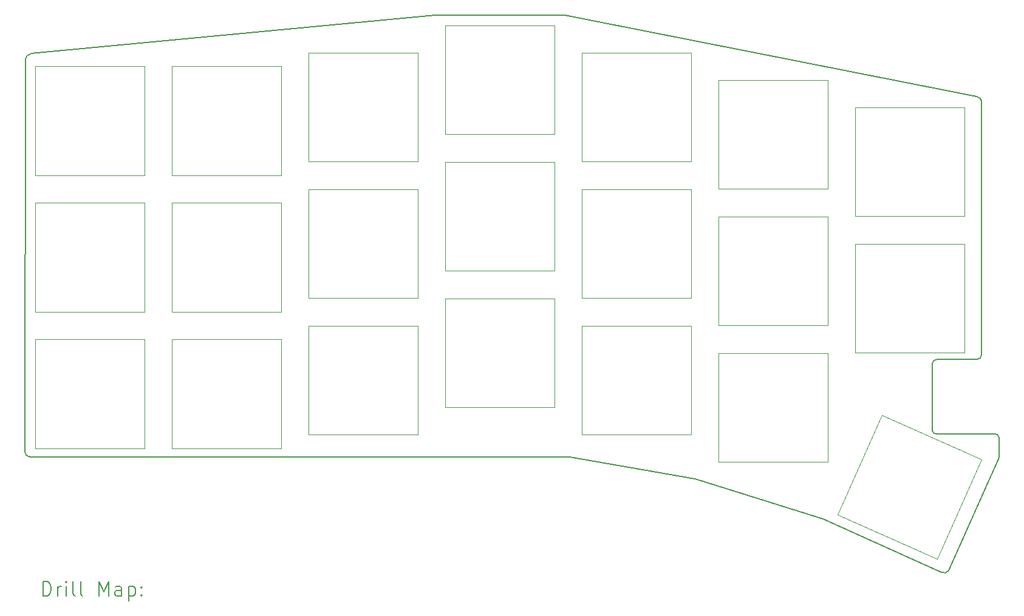
<source format=gbr>
%TF.GenerationSoftware,KiCad,Pcbnew,8.0.0*%
%TF.CreationDate,2024-03-14T17:28:00+09:00*%
%TF.ProjectId,Pinky3,50696e6b-7933-42e6-9b69-6361645f7063,0.3*%
%TF.SameCoordinates,Original*%
%TF.FileFunction,Drillmap*%
%TF.FilePolarity,Positive*%
%FSLAX45Y45*%
G04 Gerber Fmt 4.5, Leading zero omitted, Abs format (unit mm)*
G04 Created by KiCad (PCBNEW 8.0.0) date 2024-03-14 17:28:00*
%MOMM*%
%LPD*%
G01*
G04 APERTURE LIST*
%ADD10C,0.150000*%
%ADD11C,0.120000*%
%ADD12C,0.200000*%
G04 APERTURE END LIST*
D10*
X16745566Y-10292916D02*
G75*
G02*
X16806539Y-10237189I60974J-5495D01*
G01*
X17432164Y-10168047D02*
G75*
G02*
X17362164Y-10238044I-70004J7D01*
G01*
X16745566Y-10292916D02*
X16748447Y-11229394D01*
X4095353Y-11525636D02*
X4100000Y-6050000D01*
X13435630Y-11905621D02*
X13515630Y-11925621D01*
X17433201Y-6638736D02*
X17432164Y-10168047D01*
X17673201Y-11320941D02*
X17676238Y-11605465D01*
X13515630Y-11925621D02*
X15221595Y-12459117D01*
X11605353Y-11595636D02*
X11705353Y-11595636D01*
X11620000Y-5430000D02*
X17364032Y-6567720D01*
X16971237Y-13182846D02*
X17676238Y-11605465D01*
X16799797Y-10238179D02*
X17362164Y-10238047D01*
X17622454Y-11275160D02*
G75*
G02*
X17673203Y-11320941I4726J-45780D01*
G01*
X15221595Y-12459117D02*
X16871237Y-13202846D01*
X4165353Y-11595636D02*
G75*
G02*
X4095354Y-11525636I-3J69996D01*
G01*
X16802625Y-11274946D02*
X17624265Y-11274946D01*
X9810000Y-5430000D02*
X11620000Y-5430000D01*
X11605353Y-11595636D02*
X4165353Y-11595636D01*
X16971236Y-13182846D02*
G75*
G02*
X16871239Y-13202842I-59996J39996D01*
G01*
X16799193Y-11275174D02*
G75*
G02*
X16748443Y-11229394I-4723J45784D01*
G01*
X4180000Y-5970000D02*
X9810000Y-5430000D01*
X11685630Y-11595621D02*
X13435630Y-11905621D01*
X17363270Y-6568745D02*
G75*
G02*
X17433203Y-6638736I-10070J-79995D01*
G01*
X4099415Y-6053186D02*
G75*
G02*
X4180000Y-5970000I100585J-16814D01*
G01*
D11*
X5760000Y-7665000D02*
X5760000Y-6145000D01*
X5760000Y-6145000D02*
X4240000Y-6145000D01*
X4240000Y-7665000D02*
X5760000Y-7665000D01*
X4240000Y-6145000D02*
X4240000Y-7665000D01*
X5760000Y-9570000D02*
X5760000Y-8050000D01*
X5760000Y-8050000D02*
X4240000Y-8050000D01*
X4240000Y-9570000D02*
X5760000Y-9570000D01*
X4240000Y-8050000D02*
X4240000Y-9570000D01*
X5760000Y-11475000D02*
X5760000Y-9955000D01*
X5760000Y-9955000D02*
X4240000Y-9955000D01*
X4240000Y-11475000D02*
X5760000Y-11475000D01*
X4240000Y-9955000D02*
X4240000Y-11475000D01*
X7665000Y-7665000D02*
X7665000Y-6145000D01*
X7665000Y-6145000D02*
X6145000Y-6145000D01*
X6145000Y-7665000D02*
X7665000Y-7665000D01*
X6145000Y-6145000D02*
X6145000Y-7665000D01*
X7665000Y-9570000D02*
X7665000Y-8050000D01*
X7665000Y-8050000D02*
X6145000Y-8050000D01*
X6145000Y-9570000D02*
X7665000Y-9570000D01*
X6145000Y-8050000D02*
X6145000Y-9570000D01*
X7665000Y-11475000D02*
X7665000Y-9955000D01*
X7665000Y-9955000D02*
X6145000Y-9955000D01*
X6145000Y-11475000D02*
X7665000Y-11475000D01*
X6145000Y-9955000D02*
X6145000Y-11475000D01*
X9570000Y-7474500D02*
X9570000Y-5954500D01*
X9570000Y-5954500D02*
X8050000Y-5954500D01*
X8050000Y-7474500D02*
X9570000Y-7474500D01*
X8050000Y-5954500D02*
X8050000Y-7474500D01*
X9570000Y-9379500D02*
X9570000Y-7859500D01*
X9570000Y-7859500D02*
X8050000Y-7859500D01*
X8050000Y-9379500D02*
X9570000Y-9379500D01*
X8050000Y-7859500D02*
X8050000Y-9379500D01*
X9570000Y-11284500D02*
X9570000Y-9764500D01*
X9570000Y-9764500D02*
X8050000Y-9764500D01*
X8050000Y-11284500D02*
X9570000Y-11284500D01*
X8050000Y-9764500D02*
X8050000Y-11284500D01*
X11475000Y-7093500D02*
X11475000Y-5573500D01*
X11475000Y-5573500D02*
X9955000Y-5573500D01*
X9955000Y-7093500D02*
X11475000Y-7093500D01*
X9955000Y-5573500D02*
X9955000Y-7093500D01*
X11475000Y-8998500D02*
X11475000Y-7478500D01*
X11475000Y-7478500D02*
X9955000Y-7478500D01*
X9955000Y-8998500D02*
X11475000Y-8998500D01*
X9955000Y-7478500D02*
X9955000Y-8998500D01*
X11475000Y-10903500D02*
X11475000Y-9383500D01*
X11475000Y-9383500D02*
X9955000Y-9383500D01*
X9955000Y-10903500D02*
X11475000Y-10903500D01*
X9955000Y-9383500D02*
X9955000Y-10903500D01*
X13380000Y-7474500D02*
X13380000Y-5954500D01*
X13380000Y-5954500D02*
X11860000Y-5954500D01*
X11860000Y-7474500D02*
X13380000Y-7474500D01*
X11860000Y-5954500D02*
X11860000Y-7474500D01*
X13380000Y-9379500D02*
X13380000Y-7859500D01*
X13380000Y-7859500D02*
X11860000Y-7859500D01*
X11860000Y-9379500D02*
X13380000Y-9379500D01*
X11860000Y-7859500D02*
X11860000Y-9379500D01*
X13380000Y-11284500D02*
X13380000Y-9764500D01*
X13380000Y-9764500D02*
X11860000Y-9764500D01*
X11860000Y-11284500D02*
X13380000Y-11284500D01*
X11860000Y-9764500D02*
X11860000Y-11284500D01*
X15285000Y-7855500D02*
X15285000Y-6335500D01*
X15285000Y-6335500D02*
X13765000Y-6335500D01*
X13765000Y-7855500D02*
X15285000Y-7855500D01*
X13765000Y-6335500D02*
X13765000Y-7855500D01*
X15285000Y-9760500D02*
X15285000Y-8240500D01*
X15285000Y-8240500D02*
X13765000Y-8240500D01*
X13765000Y-9760500D02*
X15285000Y-9760500D01*
X13765000Y-8240500D02*
X13765000Y-9760500D01*
X15285000Y-11665500D02*
X15285000Y-10145500D01*
X15285000Y-10145500D02*
X13765000Y-10145500D01*
X13765000Y-11665500D02*
X15285000Y-11665500D01*
X13765000Y-10145500D02*
X13765000Y-11665500D01*
X17190000Y-8236500D02*
X17190000Y-6716500D01*
X17190000Y-6716500D02*
X15670000Y-6716500D01*
X15670000Y-8236500D02*
X17190000Y-8236500D01*
X15670000Y-6716500D02*
X15670000Y-8236500D01*
X17190000Y-10141500D02*
X17190000Y-8621500D01*
X17190000Y-8621500D02*
X15670000Y-8621500D01*
X15670000Y-10141500D02*
X17190000Y-10141500D01*
X15670000Y-8621500D02*
X15670000Y-10141500D01*
X16814656Y-13018786D02*
X17432896Y-11630197D01*
X17432896Y-11630197D02*
X16044307Y-11011957D01*
X15426067Y-12400546D02*
X16814656Y-13018786D01*
X16044307Y-11011957D02*
X15426067Y-12400546D01*
X6145000Y-8050000D02*
X7665000Y-8050000D01*
X6145000Y-9570000D02*
X6145000Y-8050000D01*
X7665000Y-8050000D02*
X7665000Y-9570000D01*
X7665000Y-9570000D02*
X6145000Y-9570000D01*
X11860000Y-9764500D02*
X13380000Y-9764500D01*
X11860000Y-11284500D02*
X11860000Y-9764500D01*
X13380000Y-9764500D02*
X13380000Y-11284500D01*
X13380000Y-11284500D02*
X11860000Y-11284500D01*
X13765000Y-10145500D02*
X15285000Y-10145500D01*
X13765000Y-11665500D02*
X13765000Y-10145500D01*
X15285000Y-10145500D02*
X15285000Y-11665500D01*
X15285000Y-11665500D02*
X13765000Y-11665500D01*
X6145000Y-9955000D02*
X7665000Y-9955000D01*
X6145000Y-11475000D02*
X6145000Y-9955000D01*
X7665000Y-9955000D02*
X7665000Y-11475000D01*
X7665000Y-11475000D02*
X6145000Y-11475000D01*
X4240000Y-6145000D02*
X5760000Y-6145000D01*
X4240000Y-7665000D02*
X4240000Y-6145000D01*
X5760000Y-6145000D02*
X5760000Y-7665000D01*
X5760000Y-7665000D02*
X4240000Y-7665000D01*
X8050000Y-5954500D02*
X9570000Y-5954500D01*
X8050000Y-7474500D02*
X8050000Y-5954500D01*
X9570000Y-5954500D02*
X9570000Y-7474500D01*
X9570000Y-7474500D02*
X8050000Y-7474500D01*
X11860000Y-7859500D02*
X13380000Y-7859500D01*
X11860000Y-9379500D02*
X11860000Y-7859500D01*
X13380000Y-7859500D02*
X13380000Y-9379500D01*
X13380000Y-9379500D02*
X11860000Y-9379500D01*
X15670000Y-6716500D02*
X17190000Y-6716500D01*
X15670000Y-8236500D02*
X15670000Y-6716500D01*
X17190000Y-6716500D02*
X17190000Y-8236500D01*
X17190000Y-8236500D02*
X15670000Y-8236500D01*
X11860000Y-5954500D02*
X13380000Y-5954500D01*
X11860000Y-7474500D02*
X11860000Y-5954500D01*
X13380000Y-5954500D02*
X13380000Y-7474500D01*
X13380000Y-7474500D02*
X11860000Y-7474500D01*
X8050000Y-9764500D02*
X9570000Y-9764500D01*
X8050000Y-11284500D02*
X8050000Y-9764500D01*
X9570000Y-9764500D02*
X9570000Y-11284500D01*
X9570000Y-11284500D02*
X8050000Y-11284500D01*
X6145000Y-6145000D02*
X7665000Y-6145000D01*
X6145000Y-7665000D02*
X6145000Y-6145000D01*
X7665000Y-6145000D02*
X7665000Y-7665000D01*
X7665000Y-7665000D02*
X6145000Y-7665000D01*
X9955000Y-7478500D02*
X11475000Y-7478500D01*
X9955000Y-8998500D02*
X9955000Y-7478500D01*
X11475000Y-7478500D02*
X11475000Y-8998500D01*
X11475000Y-8998500D02*
X9955000Y-8998500D01*
X13765000Y-6335500D02*
X15285000Y-6335500D01*
X13765000Y-7855500D02*
X13765000Y-6335500D01*
X15285000Y-6335500D02*
X15285000Y-7855500D01*
X15285000Y-7855500D02*
X13765000Y-7855500D01*
X9955000Y-9383500D02*
X11475000Y-9383500D01*
X9955000Y-10903500D02*
X9955000Y-9383500D01*
X11475000Y-9383500D02*
X11475000Y-10903500D01*
X11475000Y-10903500D02*
X9955000Y-10903500D01*
X4240000Y-9955000D02*
X5760000Y-9955000D01*
X4240000Y-11475000D02*
X4240000Y-9955000D01*
X5760000Y-9955000D02*
X5760000Y-11475000D01*
X5760000Y-11475000D02*
X4240000Y-11475000D01*
X13765000Y-8240500D02*
X15285000Y-8240500D01*
X13765000Y-9760500D02*
X13765000Y-8240500D01*
X15285000Y-8240500D02*
X15285000Y-9760500D01*
X15285000Y-9760500D02*
X13765000Y-9760500D01*
X15670000Y-8621500D02*
X17190000Y-8621500D01*
X15670000Y-10141500D02*
X15670000Y-8621500D01*
X17190000Y-8621500D02*
X17190000Y-10141500D01*
X17190000Y-10141500D02*
X15670000Y-10141500D01*
X16814656Y-13018786D02*
X15426067Y-12400546D01*
X17432896Y-11630197D02*
X16814656Y-13018786D01*
X15426067Y-12400546D02*
X16044307Y-11011957D01*
X16044307Y-11011957D02*
X17432896Y-11630197D01*
X9955000Y-5573500D02*
X11475000Y-5573500D01*
X9955000Y-7093500D02*
X9955000Y-5573500D01*
X11475000Y-5573500D02*
X11475000Y-7093500D01*
X11475000Y-7093500D02*
X9955000Y-7093500D01*
X8050000Y-7859500D02*
X9570000Y-7859500D01*
X8050000Y-9379500D02*
X8050000Y-7859500D01*
X9570000Y-7859500D02*
X9570000Y-9379500D01*
X9570000Y-9379500D02*
X8050000Y-9379500D01*
X4240000Y-8050000D02*
X5760000Y-8050000D01*
X4240000Y-9570000D02*
X4240000Y-8050000D01*
X5760000Y-8050000D02*
X5760000Y-9570000D01*
X5760000Y-9570000D02*
X4240000Y-9570000D01*
D12*
X4348630Y-13533939D02*
X4348630Y-13333939D01*
X4348630Y-13333939D02*
X4396249Y-13333939D01*
X4396249Y-13333939D02*
X4424820Y-13343463D01*
X4424820Y-13343463D02*
X4443868Y-13362511D01*
X4443868Y-13362511D02*
X4453392Y-13381558D01*
X4453392Y-13381558D02*
X4462915Y-13419654D01*
X4462915Y-13419654D02*
X4462915Y-13448225D01*
X4462915Y-13448225D02*
X4453392Y-13486320D01*
X4453392Y-13486320D02*
X4443868Y-13505368D01*
X4443868Y-13505368D02*
X4424820Y-13524416D01*
X4424820Y-13524416D02*
X4396249Y-13533939D01*
X4396249Y-13533939D02*
X4348630Y-13533939D01*
X4548630Y-13533939D02*
X4548630Y-13400606D01*
X4548630Y-13438701D02*
X4558153Y-13419654D01*
X4558153Y-13419654D02*
X4567677Y-13410130D01*
X4567677Y-13410130D02*
X4586725Y-13400606D01*
X4586725Y-13400606D02*
X4605773Y-13400606D01*
X4672439Y-13533939D02*
X4672439Y-13400606D01*
X4672439Y-13333939D02*
X4662915Y-13343463D01*
X4662915Y-13343463D02*
X4672439Y-13352987D01*
X4672439Y-13352987D02*
X4681963Y-13343463D01*
X4681963Y-13343463D02*
X4672439Y-13333939D01*
X4672439Y-13333939D02*
X4672439Y-13352987D01*
X4796249Y-13533939D02*
X4777201Y-13524416D01*
X4777201Y-13524416D02*
X4767677Y-13505368D01*
X4767677Y-13505368D02*
X4767677Y-13333939D01*
X4901011Y-13533939D02*
X4881963Y-13524416D01*
X4881963Y-13524416D02*
X4872439Y-13505368D01*
X4872439Y-13505368D02*
X4872439Y-13333939D01*
X5129582Y-13533939D02*
X5129582Y-13333939D01*
X5129582Y-13333939D02*
X5196249Y-13476797D01*
X5196249Y-13476797D02*
X5262915Y-13333939D01*
X5262915Y-13333939D02*
X5262915Y-13533939D01*
X5443868Y-13533939D02*
X5443868Y-13429178D01*
X5443868Y-13429178D02*
X5434344Y-13410130D01*
X5434344Y-13410130D02*
X5415296Y-13400606D01*
X5415296Y-13400606D02*
X5377201Y-13400606D01*
X5377201Y-13400606D02*
X5358153Y-13410130D01*
X5443868Y-13524416D02*
X5424820Y-13533939D01*
X5424820Y-13533939D02*
X5377201Y-13533939D01*
X5377201Y-13533939D02*
X5358153Y-13524416D01*
X5358153Y-13524416D02*
X5348630Y-13505368D01*
X5348630Y-13505368D02*
X5348630Y-13486320D01*
X5348630Y-13486320D02*
X5358153Y-13467273D01*
X5358153Y-13467273D02*
X5377201Y-13457749D01*
X5377201Y-13457749D02*
X5424820Y-13457749D01*
X5424820Y-13457749D02*
X5443868Y-13448225D01*
X5539106Y-13400606D02*
X5539106Y-13600606D01*
X5539106Y-13410130D02*
X5558153Y-13400606D01*
X5558153Y-13400606D02*
X5596249Y-13400606D01*
X5596249Y-13400606D02*
X5615296Y-13410130D01*
X5615296Y-13410130D02*
X5624820Y-13419654D01*
X5624820Y-13419654D02*
X5634344Y-13438701D01*
X5634344Y-13438701D02*
X5634344Y-13495844D01*
X5634344Y-13495844D02*
X5624820Y-13514892D01*
X5624820Y-13514892D02*
X5615296Y-13524416D01*
X5615296Y-13524416D02*
X5596249Y-13533939D01*
X5596249Y-13533939D02*
X5558153Y-13533939D01*
X5558153Y-13533939D02*
X5539106Y-13524416D01*
X5720058Y-13514892D02*
X5729582Y-13524416D01*
X5729582Y-13524416D02*
X5720058Y-13533939D01*
X5720058Y-13533939D02*
X5710534Y-13524416D01*
X5710534Y-13524416D02*
X5720058Y-13514892D01*
X5720058Y-13514892D02*
X5720058Y-13533939D01*
X5720058Y-13410130D02*
X5729582Y-13419654D01*
X5729582Y-13419654D02*
X5720058Y-13429178D01*
X5720058Y-13429178D02*
X5710534Y-13419654D01*
X5710534Y-13419654D02*
X5720058Y-13410130D01*
X5720058Y-13410130D02*
X5720058Y-13429178D01*
M02*

</source>
